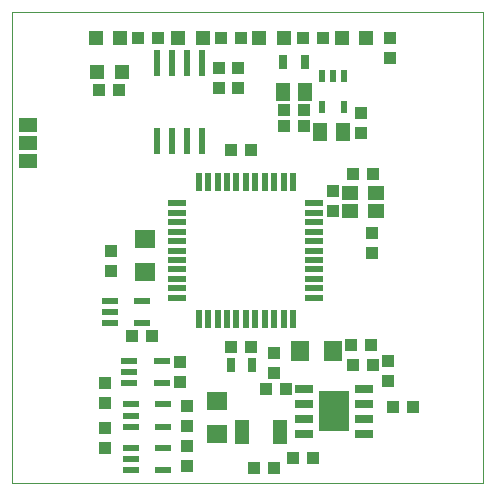
<source format=gbr>
G75*
%MOIN*%
%OFA0B0*%
%FSLAX24Y24*%
%IPPOS*%
%LPD*%
%AMOC8*
5,1,8,0,0,1.08239X$1,22.5*
%
%ADD10C,0.0010*%
%ADD11R,0.0591X0.0197*%
%ADD12R,0.0197X0.0591*%
%ADD13R,0.0394X0.0433*%
%ADD14R,0.0433X0.0394*%
%ADD15R,0.0512X0.0591*%
%ADD16R,0.0236X0.0866*%
%ADD17R,0.0709X0.0630*%
%ADD18R,0.0315X0.0472*%
%ADD19R,0.0472X0.0472*%
%ADD20R,0.0630X0.0460*%
%ADD21R,0.0240X0.0390*%
%ADD22R,0.0593X0.0316*%
%ADD23R,0.1029X0.1378*%
%ADD24R,0.0630X0.0709*%
%ADD25R,0.0472X0.0787*%
%ADD26R,0.0551X0.0472*%
%ADD27R,0.0520X0.0220*%
D10*
X000280Y001140D02*
X000280Y016840D01*
X015980Y016840D01*
X015980Y001140D01*
X000280Y001140D01*
D11*
X005797Y007315D03*
X005797Y007630D03*
X005797Y007945D03*
X005797Y008260D03*
X005797Y008575D03*
X005797Y008890D03*
X005797Y009205D03*
X005797Y009520D03*
X005797Y009835D03*
X005797Y010150D03*
X005797Y010465D03*
X010363Y010465D03*
X010363Y010150D03*
X010363Y009835D03*
X010363Y009520D03*
X010363Y009205D03*
X010363Y008890D03*
X010363Y008575D03*
X010363Y008260D03*
X010363Y007945D03*
X010363Y007630D03*
X010363Y007315D03*
D12*
X009655Y006607D03*
X009340Y006607D03*
X009025Y006607D03*
X008710Y006607D03*
X008395Y006607D03*
X008080Y006607D03*
X007765Y006607D03*
X007450Y006607D03*
X007135Y006607D03*
X006820Y006607D03*
X006505Y006607D03*
X006505Y011173D03*
X006820Y011173D03*
X007135Y011173D03*
X007450Y011173D03*
X007765Y011173D03*
X008080Y011173D03*
X008395Y011173D03*
X008710Y011173D03*
X009025Y011173D03*
X009340Y011173D03*
X009655Y011173D03*
D13*
X010980Y010875D03*
X010980Y010205D03*
X012280Y009475D03*
X012280Y008805D03*
X012265Y005740D03*
X011595Y005740D03*
X012830Y005225D03*
X012830Y004555D03*
X012995Y003690D03*
X013665Y003690D03*
X010315Y001990D03*
X009645Y001990D03*
X009015Y001640D03*
X008345Y001640D03*
X006130Y001705D03*
X006130Y002375D03*
X006130Y003055D03*
X006130Y003725D03*
X005880Y004505D03*
X005880Y005175D03*
X003580Y008205D03*
X003580Y008875D03*
X003865Y014240D03*
X003195Y014240D03*
X004495Y015990D03*
X005165Y015990D03*
X007245Y015990D03*
X007915Y015990D03*
X009995Y015990D03*
X010665Y015990D03*
X010015Y013040D03*
X009345Y013040D03*
D14*
X009345Y013590D03*
X010015Y013590D03*
X008265Y012240D03*
X007595Y012240D03*
X007830Y014305D03*
X007830Y014975D03*
X007180Y014975D03*
X007180Y014305D03*
X011645Y011440D03*
X012315Y011440D03*
X011930Y012805D03*
X011930Y013475D03*
X012880Y015305D03*
X012880Y015975D03*
X004965Y006040D03*
X004295Y006040D03*
X003380Y004475D03*
X003380Y003805D03*
X003380Y002975D03*
X003380Y002305D03*
X007595Y005690D03*
X008265Y005690D03*
X009030Y005475D03*
X009030Y004805D03*
X008745Y004290D03*
X009415Y004290D03*
X011645Y005090D03*
X012315Y005090D03*
D15*
X011304Y012840D03*
X010556Y012840D03*
X010054Y014190D03*
X009306Y014190D03*
D16*
X006630Y015151D03*
X006130Y015151D03*
X005630Y015151D03*
X005130Y015151D03*
X005130Y012529D03*
X005630Y012529D03*
X006130Y012529D03*
X006630Y012529D03*
D17*
X004730Y009291D03*
X004730Y008189D03*
X007130Y003891D03*
X007130Y002789D03*
D18*
X007576Y005090D03*
X008284Y005090D03*
X009326Y015190D03*
X010034Y015190D03*
D19*
X009343Y015990D03*
X008517Y015990D03*
X006643Y015990D03*
X005817Y015990D03*
X003893Y015990D03*
X003943Y014840D03*
X003117Y014840D03*
X003067Y015990D03*
X011267Y015990D03*
X012093Y015990D03*
D20*
X000830Y013090D03*
X000830Y012490D03*
X000830Y011890D03*
D21*
X010610Y013675D03*
X011350Y013675D03*
X011350Y014705D03*
X010980Y014705D03*
X010610Y014705D03*
D22*
X010030Y004290D03*
X010030Y003790D03*
X010030Y003290D03*
X010030Y002790D03*
X012030Y002790D03*
X012030Y003290D03*
X012030Y003790D03*
X012030Y004290D03*
D23*
X011030Y003540D03*
D24*
X010981Y005540D03*
X009879Y005540D03*
D25*
X009210Y002840D03*
X007950Y002840D03*
D26*
X011547Y010225D03*
X011547Y010816D03*
X012413Y010816D03*
X012413Y010225D03*
D27*
X005270Y005210D03*
X005270Y004470D03*
X005320Y003760D03*
X005320Y003020D03*
X005320Y002310D03*
X005320Y001570D03*
X004240Y001570D03*
X004240Y001940D03*
X004240Y002310D03*
X004240Y003020D03*
X004240Y003390D03*
X004240Y003760D03*
X004190Y004470D03*
X004190Y004840D03*
X004190Y005210D03*
X004620Y006470D03*
X004620Y007210D03*
X003540Y007210D03*
X003540Y006840D03*
X003540Y006470D03*
M02*

</source>
